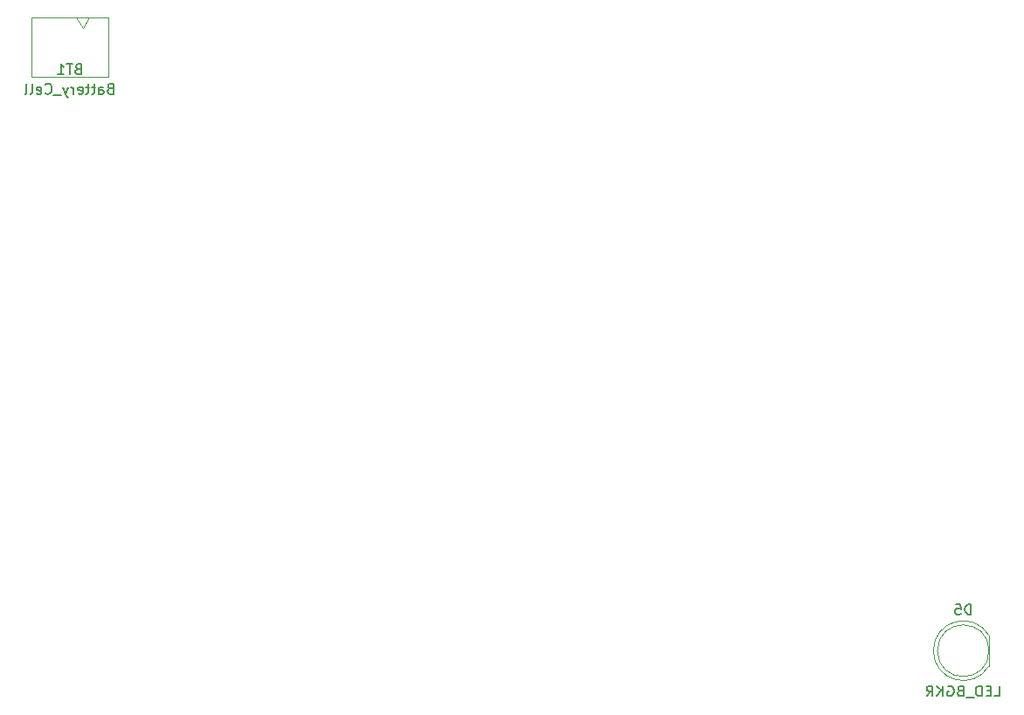
<source format=gbr>
%TF.GenerationSoftware,KiCad,Pcbnew,9.0.4*%
%TF.CreationDate,2025-10-09T22:00:13+02:00*%
%TF.ProjectId,Spikeling_v3.0,5370696b-656c-4696-9e67-5f76332e302e,rev?*%
%TF.SameCoordinates,Original*%
%TF.FileFunction,AssemblyDrawing,Bot*%
%FSLAX46Y46*%
G04 Gerber Fmt 4.6, Leading zero omitted, Abs format (unit mm)*
G04 Created by KiCad (PCBNEW 9.0.4) date 2025-10-09 22:00:13*
%MOMM*%
%LPD*%
G01*
G04 APERTURE LIST*
%ADD10C,0.150000*%
%ADD11C,0.100000*%
G04 APERTURE END LIST*
D10*
X131329763Y-60831009D02*
X131186906Y-60878628D01*
X131186906Y-60878628D02*
X131139287Y-60926247D01*
X131139287Y-60926247D02*
X131091668Y-61021485D01*
X131091668Y-61021485D02*
X131091668Y-61164342D01*
X131091668Y-61164342D02*
X131139287Y-61259580D01*
X131139287Y-61259580D02*
X131186906Y-61307200D01*
X131186906Y-61307200D02*
X131282144Y-61354819D01*
X131282144Y-61354819D02*
X131663096Y-61354819D01*
X131663096Y-61354819D02*
X131663096Y-60354819D01*
X131663096Y-60354819D02*
X131329763Y-60354819D01*
X131329763Y-60354819D02*
X131234525Y-60402438D01*
X131234525Y-60402438D02*
X131186906Y-60450057D01*
X131186906Y-60450057D02*
X131139287Y-60545295D01*
X131139287Y-60545295D02*
X131139287Y-60640533D01*
X131139287Y-60640533D02*
X131186906Y-60735771D01*
X131186906Y-60735771D02*
X131234525Y-60783390D01*
X131234525Y-60783390D02*
X131329763Y-60831009D01*
X131329763Y-60831009D02*
X131663096Y-60831009D01*
X130234525Y-61354819D02*
X130234525Y-60831009D01*
X130234525Y-60831009D02*
X130282144Y-60735771D01*
X130282144Y-60735771D02*
X130377382Y-60688152D01*
X130377382Y-60688152D02*
X130567858Y-60688152D01*
X130567858Y-60688152D02*
X130663096Y-60735771D01*
X130234525Y-61307200D02*
X130329763Y-61354819D01*
X130329763Y-61354819D02*
X130567858Y-61354819D01*
X130567858Y-61354819D02*
X130663096Y-61307200D01*
X130663096Y-61307200D02*
X130710715Y-61211961D01*
X130710715Y-61211961D02*
X130710715Y-61116723D01*
X130710715Y-61116723D02*
X130663096Y-61021485D01*
X130663096Y-61021485D02*
X130567858Y-60973866D01*
X130567858Y-60973866D02*
X130329763Y-60973866D01*
X130329763Y-60973866D02*
X130234525Y-60926247D01*
X129901191Y-60688152D02*
X129520239Y-60688152D01*
X129758334Y-60354819D02*
X129758334Y-61211961D01*
X129758334Y-61211961D02*
X129710715Y-61307200D01*
X129710715Y-61307200D02*
X129615477Y-61354819D01*
X129615477Y-61354819D02*
X129520239Y-61354819D01*
X129329762Y-60688152D02*
X128948810Y-60688152D01*
X129186905Y-60354819D02*
X129186905Y-61211961D01*
X129186905Y-61211961D02*
X129139286Y-61307200D01*
X129139286Y-61307200D02*
X129044048Y-61354819D01*
X129044048Y-61354819D02*
X128948810Y-61354819D01*
X128234524Y-61307200D02*
X128329762Y-61354819D01*
X128329762Y-61354819D02*
X128520238Y-61354819D01*
X128520238Y-61354819D02*
X128615476Y-61307200D01*
X128615476Y-61307200D02*
X128663095Y-61211961D01*
X128663095Y-61211961D02*
X128663095Y-60831009D01*
X128663095Y-60831009D02*
X128615476Y-60735771D01*
X128615476Y-60735771D02*
X128520238Y-60688152D01*
X128520238Y-60688152D02*
X128329762Y-60688152D01*
X128329762Y-60688152D02*
X128234524Y-60735771D01*
X128234524Y-60735771D02*
X128186905Y-60831009D01*
X128186905Y-60831009D02*
X128186905Y-60926247D01*
X128186905Y-60926247D02*
X128663095Y-61021485D01*
X127758333Y-61354819D02*
X127758333Y-60688152D01*
X127758333Y-60878628D02*
X127710714Y-60783390D01*
X127710714Y-60783390D02*
X127663095Y-60735771D01*
X127663095Y-60735771D02*
X127567857Y-60688152D01*
X127567857Y-60688152D02*
X127472619Y-60688152D01*
X127234523Y-60688152D02*
X126996428Y-61354819D01*
X126758333Y-60688152D02*
X126996428Y-61354819D01*
X126996428Y-61354819D02*
X127091666Y-61592914D01*
X127091666Y-61592914D02*
X127139285Y-61640533D01*
X127139285Y-61640533D02*
X127234523Y-61688152D01*
X126615476Y-61450057D02*
X125853571Y-61450057D01*
X125044047Y-61259580D02*
X125091666Y-61307200D01*
X125091666Y-61307200D02*
X125234523Y-61354819D01*
X125234523Y-61354819D02*
X125329761Y-61354819D01*
X125329761Y-61354819D02*
X125472618Y-61307200D01*
X125472618Y-61307200D02*
X125567856Y-61211961D01*
X125567856Y-61211961D02*
X125615475Y-61116723D01*
X125615475Y-61116723D02*
X125663094Y-60926247D01*
X125663094Y-60926247D02*
X125663094Y-60783390D01*
X125663094Y-60783390D02*
X125615475Y-60592914D01*
X125615475Y-60592914D02*
X125567856Y-60497676D01*
X125567856Y-60497676D02*
X125472618Y-60402438D01*
X125472618Y-60402438D02*
X125329761Y-60354819D01*
X125329761Y-60354819D02*
X125234523Y-60354819D01*
X125234523Y-60354819D02*
X125091666Y-60402438D01*
X125091666Y-60402438D02*
X125044047Y-60450057D01*
X124234523Y-61307200D02*
X124329761Y-61354819D01*
X124329761Y-61354819D02*
X124520237Y-61354819D01*
X124520237Y-61354819D02*
X124615475Y-61307200D01*
X124615475Y-61307200D02*
X124663094Y-61211961D01*
X124663094Y-61211961D02*
X124663094Y-60831009D01*
X124663094Y-60831009D02*
X124615475Y-60735771D01*
X124615475Y-60735771D02*
X124520237Y-60688152D01*
X124520237Y-60688152D02*
X124329761Y-60688152D01*
X124329761Y-60688152D02*
X124234523Y-60735771D01*
X124234523Y-60735771D02*
X124186904Y-60831009D01*
X124186904Y-60831009D02*
X124186904Y-60926247D01*
X124186904Y-60926247D02*
X124663094Y-61021485D01*
X123615475Y-61354819D02*
X123710713Y-61307200D01*
X123710713Y-61307200D02*
X123758332Y-61211961D01*
X123758332Y-61211961D02*
X123758332Y-60354819D01*
X123091665Y-61354819D02*
X123186903Y-61307200D01*
X123186903Y-61307200D02*
X123234522Y-61211961D01*
X123234522Y-61211961D02*
X123234522Y-60354819D01*
X128210714Y-58931009D02*
X128067857Y-58978628D01*
X128067857Y-58978628D02*
X128020238Y-59026247D01*
X128020238Y-59026247D02*
X127972619Y-59121485D01*
X127972619Y-59121485D02*
X127972619Y-59264342D01*
X127972619Y-59264342D02*
X128020238Y-59359580D01*
X128020238Y-59359580D02*
X128067857Y-59407200D01*
X128067857Y-59407200D02*
X128163095Y-59454819D01*
X128163095Y-59454819D02*
X128544047Y-59454819D01*
X128544047Y-59454819D02*
X128544047Y-58454819D01*
X128544047Y-58454819D02*
X128210714Y-58454819D01*
X128210714Y-58454819D02*
X128115476Y-58502438D01*
X128115476Y-58502438D02*
X128067857Y-58550057D01*
X128067857Y-58550057D02*
X128020238Y-58645295D01*
X128020238Y-58645295D02*
X128020238Y-58740533D01*
X128020238Y-58740533D02*
X128067857Y-58835771D01*
X128067857Y-58835771D02*
X128115476Y-58883390D01*
X128115476Y-58883390D02*
X128210714Y-58931009D01*
X128210714Y-58931009D02*
X128544047Y-58931009D01*
X127686904Y-58454819D02*
X127115476Y-58454819D01*
X127401190Y-59454819D02*
X127401190Y-58454819D01*
X126258333Y-59454819D02*
X126829761Y-59454819D01*
X126544047Y-59454819D02*
X126544047Y-58454819D01*
X126544047Y-58454819D02*
X126639285Y-58597676D01*
X126639285Y-58597676D02*
X126734523Y-58692914D01*
X126734523Y-58692914D02*
X126829761Y-58740533D01*
X214733594Y-111844819D02*
X214733594Y-110844819D01*
X214733594Y-110844819D02*
X214495499Y-110844819D01*
X214495499Y-110844819D02*
X214352642Y-110892438D01*
X214352642Y-110892438D02*
X214257404Y-110987676D01*
X214257404Y-110987676D02*
X214209785Y-111082914D01*
X214209785Y-111082914D02*
X214162166Y-111273390D01*
X214162166Y-111273390D02*
X214162166Y-111416247D01*
X214162166Y-111416247D02*
X214209785Y-111606723D01*
X214209785Y-111606723D02*
X214257404Y-111701961D01*
X214257404Y-111701961D02*
X214352642Y-111797200D01*
X214352642Y-111797200D02*
X214495499Y-111844819D01*
X214495499Y-111844819D02*
X214733594Y-111844819D01*
X213257404Y-110844819D02*
X213733594Y-110844819D01*
X213733594Y-110844819D02*
X213781213Y-111321009D01*
X213781213Y-111321009D02*
X213733594Y-111273390D01*
X213733594Y-111273390D02*
X213638356Y-111225771D01*
X213638356Y-111225771D02*
X213400261Y-111225771D01*
X213400261Y-111225771D02*
X213305023Y-111273390D01*
X213305023Y-111273390D02*
X213257404Y-111321009D01*
X213257404Y-111321009D02*
X213209785Y-111416247D01*
X213209785Y-111416247D02*
X213209785Y-111654342D01*
X213209785Y-111654342D02*
X213257404Y-111749580D01*
X213257404Y-111749580D02*
X213305023Y-111797200D01*
X213305023Y-111797200D02*
X213400261Y-111844819D01*
X213400261Y-111844819D02*
X213638356Y-111844819D01*
X213638356Y-111844819D02*
X213733594Y-111797200D01*
X213733594Y-111797200D02*
X213781213Y-111749580D01*
X217019309Y-119764819D02*
X217495499Y-119764819D01*
X217495499Y-119764819D02*
X217495499Y-118764819D01*
X216685975Y-119241009D02*
X216352642Y-119241009D01*
X216209785Y-119764819D02*
X216685975Y-119764819D01*
X216685975Y-119764819D02*
X216685975Y-118764819D01*
X216685975Y-118764819D02*
X216209785Y-118764819D01*
X215781213Y-119764819D02*
X215781213Y-118764819D01*
X215781213Y-118764819D02*
X215543118Y-118764819D01*
X215543118Y-118764819D02*
X215400261Y-118812438D01*
X215400261Y-118812438D02*
X215305023Y-118907676D01*
X215305023Y-118907676D02*
X215257404Y-119002914D01*
X215257404Y-119002914D02*
X215209785Y-119193390D01*
X215209785Y-119193390D02*
X215209785Y-119336247D01*
X215209785Y-119336247D02*
X215257404Y-119526723D01*
X215257404Y-119526723D02*
X215305023Y-119621961D01*
X215305023Y-119621961D02*
X215400261Y-119717200D01*
X215400261Y-119717200D02*
X215543118Y-119764819D01*
X215543118Y-119764819D02*
X215781213Y-119764819D01*
X215019309Y-119860057D02*
X214257404Y-119860057D01*
X213685975Y-119241009D02*
X213543118Y-119288628D01*
X213543118Y-119288628D02*
X213495499Y-119336247D01*
X213495499Y-119336247D02*
X213447880Y-119431485D01*
X213447880Y-119431485D02*
X213447880Y-119574342D01*
X213447880Y-119574342D02*
X213495499Y-119669580D01*
X213495499Y-119669580D02*
X213543118Y-119717200D01*
X213543118Y-119717200D02*
X213638356Y-119764819D01*
X213638356Y-119764819D02*
X214019308Y-119764819D01*
X214019308Y-119764819D02*
X214019308Y-118764819D01*
X214019308Y-118764819D02*
X213685975Y-118764819D01*
X213685975Y-118764819D02*
X213590737Y-118812438D01*
X213590737Y-118812438D02*
X213543118Y-118860057D01*
X213543118Y-118860057D02*
X213495499Y-118955295D01*
X213495499Y-118955295D02*
X213495499Y-119050533D01*
X213495499Y-119050533D02*
X213543118Y-119145771D01*
X213543118Y-119145771D02*
X213590737Y-119193390D01*
X213590737Y-119193390D02*
X213685975Y-119241009D01*
X213685975Y-119241009D02*
X214019308Y-119241009D01*
X212495499Y-118812438D02*
X212590737Y-118764819D01*
X212590737Y-118764819D02*
X212733594Y-118764819D01*
X212733594Y-118764819D02*
X212876451Y-118812438D01*
X212876451Y-118812438D02*
X212971689Y-118907676D01*
X212971689Y-118907676D02*
X213019308Y-119002914D01*
X213019308Y-119002914D02*
X213066927Y-119193390D01*
X213066927Y-119193390D02*
X213066927Y-119336247D01*
X213066927Y-119336247D02*
X213019308Y-119526723D01*
X213019308Y-119526723D02*
X212971689Y-119621961D01*
X212971689Y-119621961D02*
X212876451Y-119717200D01*
X212876451Y-119717200D02*
X212733594Y-119764819D01*
X212733594Y-119764819D02*
X212638356Y-119764819D01*
X212638356Y-119764819D02*
X212495499Y-119717200D01*
X212495499Y-119717200D02*
X212447880Y-119669580D01*
X212447880Y-119669580D02*
X212447880Y-119336247D01*
X212447880Y-119336247D02*
X212638356Y-119336247D01*
X212019308Y-119764819D02*
X212019308Y-118764819D01*
X211447880Y-119764819D02*
X211876451Y-119193390D01*
X211447880Y-118764819D02*
X212019308Y-119336247D01*
X210447880Y-119764819D02*
X210781213Y-119288628D01*
X211019308Y-119764819D02*
X211019308Y-118764819D01*
X211019308Y-118764819D02*
X210638356Y-118764819D01*
X210638356Y-118764819D02*
X210543118Y-118812438D01*
X210543118Y-118812438D02*
X210495499Y-118860057D01*
X210495499Y-118860057D02*
X210447880Y-118955295D01*
X210447880Y-118955295D02*
X210447880Y-119098152D01*
X210447880Y-119098152D02*
X210495499Y-119193390D01*
X210495499Y-119193390D02*
X210543118Y-119241009D01*
X210543118Y-119241009D02*
X210638356Y-119288628D01*
X210638356Y-119288628D02*
X211019308Y-119288628D01*
X214733594Y-111844819D02*
X214733594Y-110844819D01*
X214733594Y-110844819D02*
X214495499Y-110844819D01*
X214495499Y-110844819D02*
X214352642Y-110892438D01*
X214352642Y-110892438D02*
X214257404Y-110987676D01*
X214257404Y-110987676D02*
X214209785Y-111082914D01*
X214209785Y-111082914D02*
X214162166Y-111273390D01*
X214162166Y-111273390D02*
X214162166Y-111416247D01*
X214162166Y-111416247D02*
X214209785Y-111606723D01*
X214209785Y-111606723D02*
X214257404Y-111701961D01*
X214257404Y-111701961D02*
X214352642Y-111797200D01*
X214352642Y-111797200D02*
X214495499Y-111844819D01*
X214495499Y-111844819D02*
X214733594Y-111844819D01*
X213257404Y-110844819D02*
X213733594Y-110844819D01*
X213733594Y-110844819D02*
X213781213Y-111321009D01*
X213781213Y-111321009D02*
X213733594Y-111273390D01*
X213733594Y-111273390D02*
X213638356Y-111225771D01*
X213638356Y-111225771D02*
X213400261Y-111225771D01*
X213400261Y-111225771D02*
X213305023Y-111273390D01*
X213305023Y-111273390D02*
X213257404Y-111321009D01*
X213257404Y-111321009D02*
X213209785Y-111416247D01*
X213209785Y-111416247D02*
X213209785Y-111654342D01*
X213209785Y-111654342D02*
X213257404Y-111749580D01*
X213257404Y-111749580D02*
X213305023Y-111797200D01*
X213305023Y-111797200D02*
X213400261Y-111844819D01*
X213400261Y-111844819D02*
X213638356Y-111844819D01*
X213638356Y-111844819D02*
X213733594Y-111797200D01*
X213733594Y-111797200D02*
X213781213Y-111749580D01*
D11*
%TO.C,BT1*%
X123725000Y-53950000D02*
X131125000Y-53950000D01*
X123725000Y-59700000D02*
X123725000Y-53950000D01*
X128675000Y-54950000D02*
X128050000Y-53950000D01*
X129300000Y-53950000D02*
X128675000Y-54950000D01*
X131125000Y-53950000D02*
X131125000Y-59700000D01*
X131125000Y-59700000D02*
X123725000Y-59700000D01*
%TO.C,D5*%
X216495500Y-113880306D02*
X216495500Y-116819694D01*
X216495516Y-116819666D02*
G75*
G02*
X216495500Y-113880306I-2500016J1469666D01*
G01*
X216495500Y-115350000D02*
G75*
G02*
X211495500Y-115350000I-2500000J0D01*
G01*
X211495500Y-115350000D02*
G75*
G02*
X216495500Y-115350000I2500000J0D01*
G01*
%TD*%
M02*

</source>
